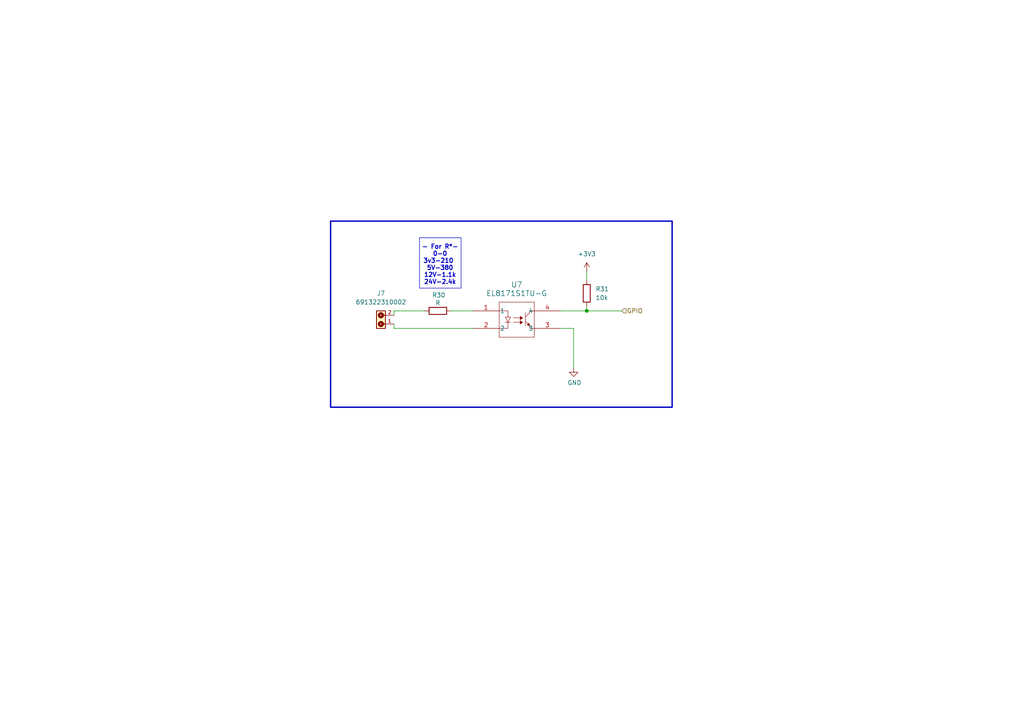
<source format=kicad_sch>
(kicad_sch (version 20231120) (generator "eeschema") (generator_version "8.0")
  (paper "A4")
  (lib_symbols
    (symbol "691322310002:691322310002" (pin_names (offset 1.016))
      (property "Reference" "J" (at -4.99 -1.205 0))
      (symbol "691322310002_0_0"
        (rectangle (start -3.81 -2.54) (end 1.27 0) (stroke (width 0.254)) (fill (type background)))
        (circle (center -2.54 -1.27) (radius 0.254) (stroke (width 0.635)))
        (circle (center 0 -1.27) (radius 0.254) (stroke (width 0.635)))
        (polyline (pts (xy -2.54 -1.27) (xy -2.54 -2.54)) (stroke (width 0.254)))
        (polyline (pts (xy 0 -1.27) (xy 0 -2.54)) (stroke (width 0.254)))
        (pin passive line (at -2.54 -5.08 90) (length 2.54) (name "~") (number "1"))
        (pin passive line (at 0 -5.08 90) (length 2.54) (name "~") (number "2"))
      )
    )
    (symbol "817:EL8171S1TU-G" (pin_names (offset 0.254))
      (property "Reference" "K" (at 12.7 12.7 0))
      (property "Value" "EL8171S1TU-G" (at 12.7 12.7 0))
      (symbol "EL8171S1TU-G_0_1"
        (polyline (pts (xy 7.62 -7.62) (xy 7.62 2.54)) (stroke (width 0.127)))
        (polyline (pts (xy 7.62 -7.62) (xy 17.78 -7.62)) (stroke (width 0.127)))
        (polyline (pts (xy 9.398 -3.302) (xy 10.922 -3.302)) (stroke (width 0.127)))
        (polyline (pts (xy 9.398 -1.778) (xy 10.16 -3.302)) (stroke (width 0.127)))
        (polyline (pts (xy 10.16 -5.08) (xy 7.62 -5.08)) (stroke (width 0.127)))
        (polyline (pts (xy 10.16 -3.302) (xy 10.16 -5.08)) (stroke (width 0.127)))
        (polyline (pts (xy 10.16 -3.302) (xy 10.922 -1.778)) (stroke (width 0.127)))
        (polyline (pts (xy 10.16 0) (xy 7.62 0)) (stroke (width 0.127)))
        (polyline (pts (xy 10.16 0) (xy 10.16 -1.778)) (stroke (width 0.127)))
        (polyline (pts (xy 10.922 -1.778) (xy 9.398 -1.778)) (stroke (width 0.127)))
        (polyline (pts (xy 11.684 -3.302) (xy 13.716 -3.302)) (stroke (width 0.127)))
        (polyline (pts (xy 11.684 -2.032) (xy 13.716 -2.032)) (stroke (width 0.127)))
        (polyline (pts (xy 15.24 -4.318) (xy 15.24 -0.508)) (stroke (width 0.127)))
        (polyline (pts (xy 15.24 -3.048) (xy 16.002 -3.81)) (stroke (width 0.127)))
        (polyline (pts (xy 15.24 -1.778) (xy 16.51 -0.508)) (stroke (width 0.127)))
        (polyline (pts (xy 16.51 -4.318) (xy 16.51 -5.08)) (stroke (width 0.127)))
        (polyline (pts (xy 16.51 -0.508) (xy 16.51 0)) (stroke (width 0.127)))
        (polyline (pts (xy 16.51 0) (xy 17.78 0)) (stroke (width 0.127)))
        (polyline (pts (xy 17.78 -5.08) (xy 16.51 -5.08)) (stroke (width 0.127)))
        (polyline (pts (xy 17.78 2.54) (xy 7.62 2.54)) (stroke (width 0.127)))
        (polyline (pts (xy 17.78 2.54) (xy 17.78 -7.62)) (stroke (width 0.127)))
        (polyline (pts (xy 13.716 -2.794) (xy 13.716 -3.81) (xy 14.478 -3.302)) (fill (type outline)))
        (polyline (pts (xy 13.716 -1.524) (xy 13.716 -2.54) (xy 14.478 -2.032)) (fill (type outline)))
        (polyline (pts (xy 16.4717 -4.3107) (xy 15.748 -4.064) (xy 16.256 -3.556) (xy 16.51 -4.318)) (fill (type outline)))
        (pin unspecified line (at 0 0 0) (length 7.62) (name "1") (number "1"))
        (pin unspecified line (at 0 -5.08 0) (length 7.62) (name "2") (number "2"))
        (pin unspecified line (at 25.4 -5.08 180) (length 7.62) (name "3") (number "3"))
        (pin unspecified line (at 25.4 0 180) (length 7.62) (name "4") (number "4"))
      )
    )
    (symbol "Device:R" (pin_numbers hide) (pin_names (offset 0))
      (property "Reference" "R" (at 2.032 0 90))
      (property "Value" "R" (at 0 0 90))
      (symbol "R_0_1"
        (rectangle (start -1.016 -2.54) (end 1.016 2.54) (stroke (width 0.254)))
      )
      (symbol "R_1_1"
        (pin passive line (at 0 3.81 270) (length 1.27) (name "~") (number "1"))
        (pin passive line (at 0 -3.81 90) (length 1.27) (name "~") (number "2"))
      )
    )
    (symbol "power:+3V3" (power) (pin_numbers hide) (pin_names (offset 0) hide)
      (property "Value" "+3V3" (at 0 3.556 0))
      (symbol "+3V3_0_1"
        (polyline (pts (xy -0.762 1.27) (xy 0 2.54)))
        (polyline (pts (xy 0 0) (xy 0 2.54)))
        (polyline (pts (xy 0 2.54) (xy 0.762 1.27)))
      )
      (symbol "+3V3_1_1"
        (pin power_in line (at 0 0 90) (length 0) (name "~") (number "1"))
      )
    )
    (symbol "power:GND" (power) (pin_numbers hide) (pin_names (offset 0) hide)
      (property "Value" "GND" (at 0 -3.81 0))
      (symbol "GND_0_1"
        (polyline (pts (xy 0 0) (xy 0 -1.27) (xy 1.27 -1.27) (xy 0 -2.54) (xy -1.27 -1.27) (xy 0 -1.27)))
      )
      (symbol "GND_1_1"
        (pin power_in line (at 0 0 270) (length 0) (name "~") (number "1"))
      )
    )
  )
  (junction (at 170.18 90.17))
  (wire (pts (xy 166.37 95.25) (xy 166.37 106.68)))
  (wire (pts (xy 114.3 90.17) (xy 114.3 91.44)))
  (wire (pts (xy 170.18 88.9) (xy 170.18 90.17)))
  (wire (pts (xy 114.3 95.25) (xy 137.16 95.25)))
  (wire (pts (xy 170.18 90.17) (xy 180.34 90.17)))
  (wire (pts (xy 162.56 95.25) (xy 166.37 95.25)))
  (wire (pts (xy 170.18 78.74) (xy 170.18 81.28)))
  (wire (pts (xy 114.3 95.25) (xy 114.3 93.98)))
  (wire (pts (xy 162.56 90.17) (xy 170.18 90.17)))
  (wire (pts (xy 130.81 90.17) (xy 137.16 90.17)))
  (wire (pts (xy 114.3 90.17) (xy 123.19 90.17)))
  (rectangle (start 95.885 64.135) (end 194.945 118.11) (stroke (width 0.4)))
  (text_box "" (at 121.666 68.961 0) (size 12.065 14.605) (effects (font (size 1.27 1.27)) (justify left top)))
  (text "- For R*-\n0-0\n3v3-210 \n5V-380\n12V-1.1k\n24V-2.4k" (at 127.635 76.835 0) (effects (font (size 1.27 1.27) (thickness 0.254) (bold yes))))
  (hierarchical_label "GPIO" (shape input) (at 180.34 90.17 0))
  (symbol (lib_id "Device:R") (at 170.18 85.09 0) (unit 1)
    (property "Reference" "R31" (at 172.72 83.8199 0) (effects (justify left)))
    (property "Value" "10k" (at 172.72 86.3599 0) (effects (justify left)))
    (property "Footprint" "Resistor_SMD:R_0402_1005Metric" (effects (hide yes)))
    (property "Description" "Resistor" (effects (hide yes)))
    (property "DigiKey" "  311-10KJRTR-ND" (effects (hide yes)))
    (instances (project "HidroProject_1" (path "" (reference "R31") (unit 1)) (path "" (reference "R39") (unit 1))))
  )
  (symbol (lib_id "Device:R") (at 127 90.17 90) (unit 1)
    (property "Reference" "R30" (at 127.254 85.598 90))
    (property "Value" "R" (at 127 87.884 90))
    (property "Footprint" "Resistor_SMD:R_0603_1608Metric_Pad0.98x0.95mm_HandSolder" (effects (hide yes)))
    (property "Description" "Resistor" (effects (hide yes)))
    (property "DigiKey" "  311-210HRTR-ND" (effects (hide yes)))
    (instances (project "HidroProject_1" (path "" (reference "R30") (unit 1)) (path "" (reference "R38") (unit 1))))
  )
  (symbol (lib_id "817:EL8171S1TU-G") (at 137.16 90.17 0) (unit 1)
    (property "Reference" "U7" (at 149.86 82.55 0) (effects (font (size 1.524 1.524))))
    (property "Value" "EL8171S1TU-G" (at 149.86 85.09 0) (effects (font (size 1.524 1.524))))
    (property "Footprint" "mergened_footprints:EL8171-S1-TU_EVE" (effects (hide yes)))
    (property "Datasheet" "http://www.everlight.com/file/ProductFile/EL817.pdf" (effects (hide yes)))
    (property "DigiKey" "080-1603-2-ND" (effects (hide yes)))
    (instances (project "HidroProject_1" (path "" (reference "U7") (unit 1)) (path "" (reference "U11") (unit 1))))
  )
  (symbol (lib_id "power:+3V3") (at 170.18 78.74 0) (unit 1)
    (property "Reference" "#PWR063" (effects (hide yes)))
    (property "Value" "+3V3" (at 170.18 73.66 0))
    (property "Description" "Power symbol creates a global label with name \"+3V3\"" (effects (hide yes)))
    (instances (project "HidroProject_1" (path "" (reference "#PWR063") (unit 1)) (path "" (reference "#PWR074") (unit 1))))
  )
  (symbol (lib_id "691322310002:691322310002") (at 109.22 91.44 90) (unit 1)
    (property "Reference" "J7" (at 110.49 85.09 90))
    (property "Value" "691322310002" (at 110.49 87.63 90))
    (property "Footprint" "mergened_footprints:691322310002" (effects (hide yes)))
    (property "MOUNT" "THT" (effects (hide yes)))
    (property "IR-VDE" "10.5A" (effects (hide yes)))
    (property "IR-UL" "10A" (effects (hide yes)))
    (property "VALUE" "691322310002" (effects (hide yes)))
    (property "WORKING-VOLTAGE-UL" "300V (AC)" (effects (hide yes)))
    (property "PART-NUMBER" "691322310002" (effects (hide yes)))
    (property "DATASHEET-URL" "https://www.we-online.com/redexpert/spec/691322310002?ae" (effects (hide yes)))
    (property "PITCH" "3.81mm" (effects (hide yes)))
    (property "PINS" "2" (effects (hide yes)))
    (property "WORKING-VOLTAGE-VDE" "300V (AC)" (effects (hide yes)))
    (property "TYPE" "Horizontal" (effects (hide yes)))
    (property "DigiKey" "  732-2088-ND" (effects (hide yes)))
    (instances (project "HidroProject_1" (path "" (reference "J7") (unit 1)) (path "" (reference "J9") (unit 1))))
  )
  (symbol (lib_id "power:GND") (at 166.37 106.68 0) (unit 1)
    (property "Reference" "#PWR062" (effects (hide yes)))
    (property "Value" "GND" (at 166.624 110.998 0))
    (property "Description" "Power symbol creates a global label with name \"GND\" , ground" (effects (hide yes)))
    (instances (project "HidroProject_1" (path "" (reference "#PWR062") (unit 1)) (path "" (reference "#PWR073") (unit 1))))
  )
)
</source>
